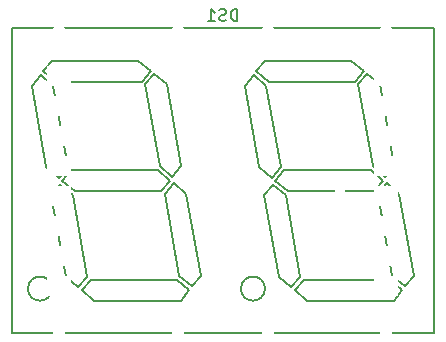
<source format=gbr>
G04 #@! TF.FileFunction,Legend,Bot*
%FSLAX46Y46*%
G04 Gerber Fmt 4.6, Leading zero omitted, Abs format (unit mm)*
G04 Created by KiCad (PCBNEW (2015-12-09 BZR 6195)-product) date Sun Sep  4 13:43:46 2016*
%MOMM*%
G01*
G04 APERTURE LIST*
%ADD10C,0.100000*%
%ADD11C,0.150000*%
%ADD12R,1.600000X1.600000*%
%ADD13C,1.600000*%
%ADD14R,2.032000X1.778000*%
%ADD15C,1.143000*%
%ADD16C,0.889000*%
G04 APERTURE END LIST*
D10*
D11*
X155647607Y-88900000D02*
X148336464Y-88900000D01*
X148336464Y-88900000D02*
X147590505Y-89789000D01*
X147590505Y-89789000D02*
X148649974Y-90678000D01*
X148649974Y-90678000D02*
X155961117Y-90678000D01*
X155961117Y-90678000D02*
X156707076Y-89789000D01*
X156707076Y-89789000D02*
X155647607Y-88900000D01*
X146649365Y-91011585D02*
X147869504Y-97931337D01*
X147869504Y-97931337D02*
X148928973Y-98820337D01*
X148928973Y-98820337D02*
X149674933Y-97931337D01*
X149674933Y-97931337D02*
X148454794Y-91011585D01*
X148454794Y-91011585D02*
X147395325Y-90122585D01*
X147395325Y-90122585D02*
X146649365Y-91011585D01*
X148284093Y-100282585D02*
X149504232Y-107202337D01*
X149504232Y-107202337D02*
X150563701Y-108091337D01*
X150563701Y-108091337D02*
X151309660Y-107202337D01*
X151309660Y-107202337D02*
X150089521Y-100282585D01*
X150089521Y-100282585D02*
X149030052Y-99393585D01*
X149030052Y-99393585D02*
X148284093Y-100282585D01*
X158917062Y-107442000D02*
X151605919Y-107442000D01*
X151605919Y-107442000D02*
X150859960Y-108331000D01*
X150859960Y-108331000D02*
X151919429Y-109220000D01*
X151919429Y-109220000D02*
X159230571Y-109220000D01*
X159230571Y-109220000D02*
X159976531Y-108331000D01*
X159976531Y-108331000D02*
X158917062Y-107442000D01*
X157892103Y-100188663D02*
X159112242Y-107108415D01*
X159112242Y-107108415D02*
X160171711Y-107997415D01*
X160171711Y-107997415D02*
X160917671Y-107108415D01*
X160917671Y-107108415D02*
X159697532Y-100188663D01*
X159697532Y-100188663D02*
X158638063Y-99299663D01*
X158638063Y-99299663D02*
X157892103Y-100188663D01*
X156257376Y-90917663D02*
X157477515Y-97837415D01*
X157477515Y-97837415D02*
X158536984Y-98726415D01*
X158536984Y-98726415D02*
X159282943Y-97837415D01*
X159282943Y-97837415D02*
X158062804Y-90917663D01*
X158062804Y-90917663D02*
X157003335Y-90028663D01*
X157003335Y-90028663D02*
X156257376Y-90917663D01*
X157282335Y-98171000D02*
X149971192Y-98171000D01*
X149971192Y-98171000D02*
X149225232Y-99060000D01*
X149225232Y-99060000D02*
X150284701Y-99949000D01*
X150284701Y-99949000D02*
X157595844Y-99949000D01*
X157595844Y-99949000D02*
X158341804Y-99060000D01*
X158341804Y-99060000D02*
X157282335Y-98171000D01*
X148336000Y-108204000D02*
G75*
G03X148336000Y-108204000I-1016000J0D01*
G01*
X137613607Y-88900000D02*
X130302464Y-88900000D01*
X130302464Y-88900000D02*
X129556505Y-89789000D01*
X129556505Y-89789000D02*
X130615974Y-90678000D01*
X130615974Y-90678000D02*
X137927117Y-90678000D01*
X137927117Y-90678000D02*
X138673076Y-89789000D01*
X138673076Y-89789000D02*
X137613607Y-88900000D01*
X128615365Y-91011585D02*
X129835504Y-97931337D01*
X129835504Y-97931337D02*
X130894973Y-98820337D01*
X130894973Y-98820337D02*
X131640933Y-97931337D01*
X131640933Y-97931337D02*
X130420794Y-91011585D01*
X130420794Y-91011585D02*
X129361325Y-90122585D01*
X129361325Y-90122585D02*
X128615365Y-91011585D01*
X130250093Y-100282585D02*
X131470232Y-107202337D01*
X131470232Y-107202337D02*
X132529701Y-108091337D01*
X132529701Y-108091337D02*
X133275660Y-107202337D01*
X133275660Y-107202337D02*
X132055521Y-100282585D01*
X132055521Y-100282585D02*
X130996052Y-99393585D01*
X130996052Y-99393585D02*
X130250093Y-100282585D01*
X140883062Y-107442000D02*
X133571919Y-107442000D01*
X133571919Y-107442000D02*
X132825960Y-108331000D01*
X132825960Y-108331000D02*
X133885429Y-109220000D01*
X133885429Y-109220000D02*
X141196571Y-109220000D01*
X141196571Y-109220000D02*
X141942531Y-108331000D01*
X141942531Y-108331000D02*
X140883062Y-107442000D01*
X139858103Y-100188663D02*
X141078242Y-107108415D01*
X141078242Y-107108415D02*
X142137711Y-107997415D01*
X142137711Y-107997415D02*
X142883671Y-107108415D01*
X142883671Y-107108415D02*
X141663532Y-100188663D01*
X141663532Y-100188663D02*
X140604063Y-99299663D01*
X140604063Y-99299663D02*
X139858103Y-100188663D01*
X138223376Y-90917663D02*
X139443515Y-97837415D01*
X139443515Y-97837415D02*
X140502984Y-98726415D01*
X140502984Y-98726415D02*
X141248943Y-97837415D01*
X141248943Y-97837415D02*
X140028804Y-90917663D01*
X140028804Y-90917663D02*
X138969335Y-90028663D01*
X138969335Y-90028663D02*
X138223376Y-90917663D01*
X139248335Y-98171000D02*
X131937192Y-98171000D01*
X131937192Y-98171000D02*
X131191232Y-99060000D01*
X131191232Y-99060000D02*
X132250701Y-99949000D01*
X132250701Y-99949000D02*
X139561844Y-99949000D01*
X139561844Y-99949000D02*
X140307804Y-99060000D01*
X140307804Y-99060000D02*
X139248335Y-98171000D01*
X130302000Y-108204000D02*
G75*
G03X130302000Y-108204000I-1016000J0D01*
G01*
X162680000Y-111960000D02*
X162680000Y-86160000D01*
X126880000Y-111960000D02*
X162680000Y-111960000D01*
X126880000Y-86160000D02*
X126880000Y-111960000D01*
X162680000Y-86160000D02*
X126880000Y-86160000D01*
X145994286Y-85542381D02*
X145994286Y-84542381D01*
X145756191Y-84542381D01*
X145613333Y-84590000D01*
X145518095Y-84685238D01*
X145470476Y-84780476D01*
X145422857Y-84970952D01*
X145422857Y-85113810D01*
X145470476Y-85304286D01*
X145518095Y-85399524D01*
X145613333Y-85494762D01*
X145756191Y-85542381D01*
X145994286Y-85542381D01*
X145041905Y-85494762D02*
X144899048Y-85542381D01*
X144660952Y-85542381D01*
X144565714Y-85494762D01*
X144518095Y-85447143D01*
X144470476Y-85351905D01*
X144470476Y-85256667D01*
X144518095Y-85161429D01*
X144565714Y-85113810D01*
X144660952Y-85066190D01*
X144851429Y-85018571D01*
X144946667Y-84970952D01*
X144994286Y-84923333D01*
X145041905Y-84828095D01*
X145041905Y-84732857D01*
X144994286Y-84637619D01*
X144946667Y-84590000D01*
X144851429Y-84542381D01*
X144613333Y-84542381D01*
X144470476Y-84590000D01*
X143518095Y-85542381D02*
X144089524Y-85542381D01*
X143803810Y-85542381D02*
X143803810Y-84542381D01*
X143899048Y-84685238D01*
X143994286Y-84780476D01*
X144089524Y-84828095D01*
%LPC*%
D12*
X154940000Y-110060000D03*
D13*
X152400000Y-110060000D03*
X149860000Y-110060000D03*
X147320000Y-110060000D03*
X144780000Y-110060000D03*
X142240000Y-110060000D03*
X139700000Y-110060000D03*
X137160000Y-110060000D03*
X134620000Y-110060000D03*
X134620000Y-88060000D03*
X137160000Y-88060000D03*
X139700000Y-88060000D03*
X142240000Y-88060000D03*
X144780000Y-88060000D03*
X147320000Y-88060000D03*
X149860000Y-88060000D03*
X152400000Y-88060000D03*
X154940000Y-88060000D03*
D14*
X130937000Y-90170000D03*
X130937000Y-92710000D03*
X130937000Y-95250000D03*
X130937000Y-97790000D03*
X130937000Y-100330000D03*
X130937000Y-102870000D03*
X130937000Y-105410000D03*
X130937000Y-107950000D03*
X158623000Y-107950000D03*
X158623000Y-105410000D03*
X158623000Y-102870000D03*
X158623000Y-100330000D03*
X158623000Y-97790000D03*
X158623000Y-95250000D03*
X158623000Y-92710000D03*
X158623000Y-90170000D03*
D15*
X148590000Y-111760000D03*
X140970000Y-111760000D03*
X140970000Y-86360000D03*
X148590000Y-86360000D03*
X141478000Y-92964000D03*
X141478000Y-94234000D03*
X145542000Y-105410000D03*
X147447000Y-103886000D03*
X133223000Y-99060000D03*
X158623000Y-111760000D03*
X130937000Y-111760000D03*
X130937000Y-86360000D03*
X158623000Y-86360000D03*
X155194000Y-91694000D03*
D16*
X150876000Y-97536000D03*
X143964052Y-98351948D03*
X156083000Y-106553000D03*
X145097520Y-107061000D03*
X141732006Y-104648000D03*
X144018000Y-99567998D03*
X138811000Y-100711000D03*
X138176000Y-103378000D03*
X139573000Y-103251000D03*
X149479000Y-102997000D03*
X151130000Y-102362000D03*
X152400000Y-102362000D03*
X155702000Y-103378000D03*
X155575000Y-100965000D03*
X154686000Y-99949000D03*
X144780000Y-95504000D03*
X145796000Y-94742000D03*
M02*

</source>
